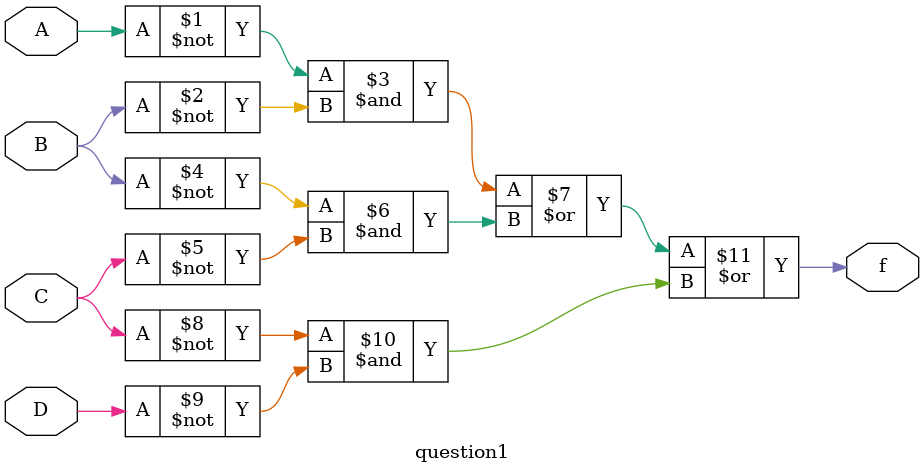
<source format=v>
module question1(A,B,C,D,f);
input A,B,C,D;
output f;
assign f =  (~A &~B)|(~B&~C)|(~C&~D);
endmodule




</source>
